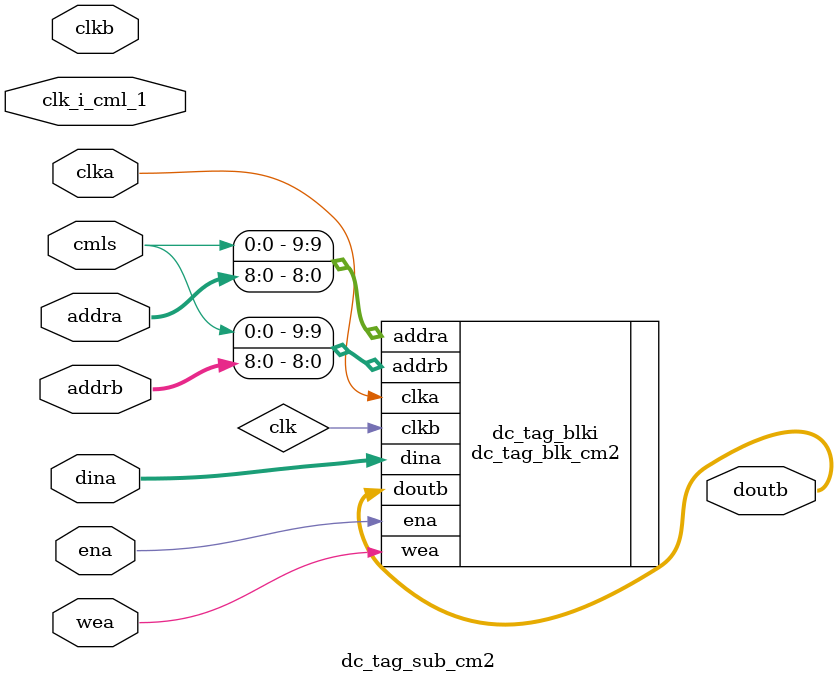
<source format=v>
/*******************************************************************************
*     This file is owned and controlled by Xilinx and must be used             *
*     solely for design, simulation, implementation and creation of            *
*     design files limited to Xilinx devices or technologies. Use              *
*     with non-Xilinx devices or technologies is expressly prohibited          *
*     and immediately terminates your license.                                 *
*                                                                              *
*     XILINX IS PROVIDING THIS DESIGN, CODE, OR INFORMATION "AS IS"            *
*     SOLELY FOR USE IN DEVELOPING PROGRAMS AND SOLUTIONS FOR                  *
*     XILINX DEVICES.  BY PROVIDING THIS DESIGN, CODE, OR INFORMATION          *
*     AS ONE POSSIBLE IMPLEMENTATION OF THIS FEATURE, APPLICATION              *
*     OR STANDARD, XILINX IS MAKING NO REPRESENTATION THAT THIS                *
*     IMPLEMENTATION IS FREE FROM ANY CLAIMS OF INFRINGEMENT,                  *
*     AND YOU ARE RESPONSIBLE FOR OBTAINING ANY RIGHTS YOU MAY REQUIRE         *
*     FOR YOUR IMPLEMENTATION.  XILINX EXPRESSLY DISCLAIMS ANY                 *
*     WARRANTY WHATSOEVER WITH RESPECT TO THE ADEQUACY OF THE                  *
*     IMPLEMENTATION, INCLUDING BUT NOT LIMITED TO ANY WARRANTIES OR           *
*     REPRESENTATIONS THAT THIS IMPLEMENTATION IS FREE FROM CLAIMS OF          *
*     INFRINGEMENT, IMPLIED WARRANTIES OF MERCHANTABILITY AND FITNESS          *
*     FOR A PARTICULAR PURPOSE.                                                *
*                                                                              *
*     Xilinx products are not intended for use in life support                 *
*     appliances, devices, or systems. Use in such applications are            *
*     expressly prohibited.                                                    *
*                                                                              *
*     (c) Copyright 1995-2009 Xilinx, Inc.                                     *
*     All rights reserved.                                                     *
*******************************************************************************/
// The synthesis directives "translate_off/translate_on" specified below are
// supported by Xilinx, Mentor Graphics and Synplicity synthesis
// tools. Ensure they are correct for your synthesis tool(s).

// You must compile the wrapper file dc_tag_blk.v when simulating
// the core, dc_tag_blk. When compiling the wrapper file, be sure to
// reference the XilinxCoreLib Verilog simulation library. For detailed
// instructions, please refer to the "CORE Generator Help".

`timescale 1ns/1ps

module dc_tag_sub_cm2(
		clk_i_cml_1,
		cmls,
		
	clka,
	ena,
	wea,
	addra,
	dina,
	clkb,
	addrb,
	doutb);


input clk_i_cml_1;
input cmls;




input clka;
input ena;
input [0 : 0] wea;
input [8 : 0] addra;
input [19 : 0] dina;
input clkb;
input [8 : 0] addrb;
output [19 : 0] doutb;

dc_tag_blk_cm2 dc_tag_blki(
	.clka(clka),
	.ena(ena),
	.wea(wea),
	.addra({cmls, addra}),
	.dina(dina),
	.clkb(clk),
	.addrb({cmls, addrb}),
	.doutb(doutb));

endmodule



</source>
